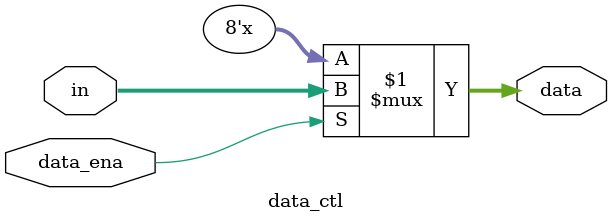
<source format=v>
  module data_ctl(
                in,
                data_ena,
                data
            );

     input [7:0] in;
     input data_ena;
     output [7:0] data;

     assign data=data_ena?in:8'bzzzzzzzz;

    endmodule 
</source>
